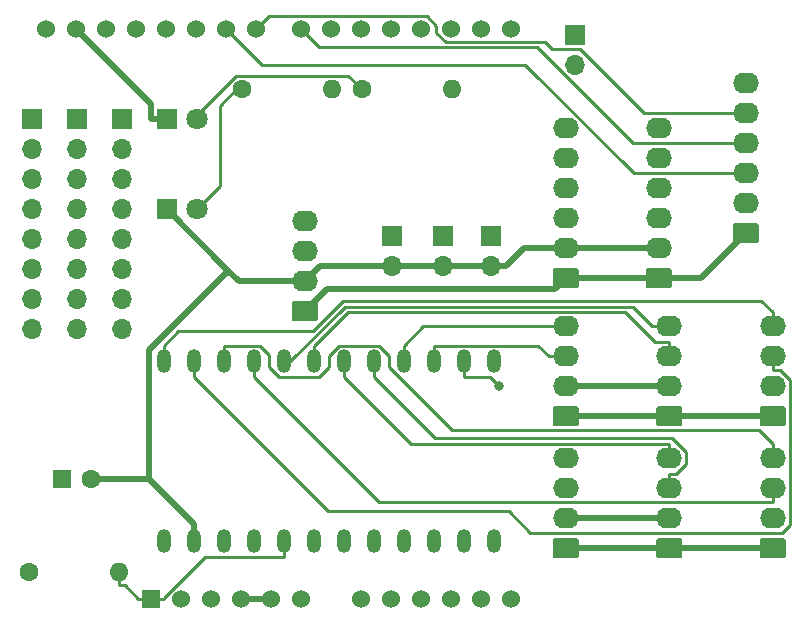
<source format=gbr>
G04 #@! TF.GenerationSoftware,KiCad,Pcbnew,(5.1.5-0-10_14)*
G04 #@! TF.CreationDate,2020-06-21T14:14:04+10:00*
G04 #@! TF.ProjectId,Arduino_NW_I2C,41726475-696e-46f5-9f4e-575f4932432e,rev?*
G04 #@! TF.SameCoordinates,Original*
G04 #@! TF.FileFunction,Copper,L1,Top*
G04 #@! TF.FilePolarity,Positive*
%FSLAX46Y46*%
G04 Gerber Fmt 4.6, Leading zero omitted, Abs format (unit mm)*
G04 Created by KiCad (PCBNEW (5.1.5-0-10_14)) date 2020-06-21 14:14:04*
%MOMM*%
%LPD*%
G04 APERTURE LIST*
%ADD10O,1.600000X1.600000*%
%ADD11C,1.600000*%
%ADD12O,1.700000X1.700000*%
%ADD13R,1.700000X1.700000*%
%ADD14O,2.200000X1.740000*%
%ADD15C,0.100000*%
%ADD16O,1.200000X2.000000*%
%ADD17C,1.800000*%
%ADD18R,1.800000X1.800000*%
%ADD19R,1.600000X1.600000*%
%ADD20C,1.524000*%
%ADD21R,1.524000X1.524000*%
%ADD22C,0.800000*%
%ADD23C,0.500000*%
%ADD24C,0.250000*%
G04 APERTURE END LIST*
D10*
X108316000Y-111760000D03*
D11*
X100696000Y-111760000D03*
D10*
X136510000Y-70866000D03*
D11*
X128890000Y-70866000D03*
D10*
X126350000Y-70866000D03*
D11*
X118730000Y-70866000D03*
D12*
X146924000Y-68834000D03*
D13*
X146924000Y-66294000D03*
D12*
X108570000Y-91186000D03*
X108570000Y-88646000D03*
X108570000Y-86106000D03*
X108570000Y-83566000D03*
X108570000Y-81026000D03*
X108570000Y-78486000D03*
X108570000Y-75946000D03*
D13*
X108570000Y-73406000D03*
D12*
X104760000Y-91186000D03*
X104760000Y-88646000D03*
X104760000Y-86106000D03*
X104760000Y-83566000D03*
X104760000Y-81026000D03*
X104760000Y-78486000D03*
X104760000Y-75946000D03*
D13*
X104760000Y-73406000D03*
D12*
X100950000Y-91186000D03*
X100950000Y-88646000D03*
X100950000Y-86106000D03*
X100950000Y-83566000D03*
X100950000Y-81026000D03*
X100950000Y-78486000D03*
X100950000Y-75946000D03*
D13*
X100950000Y-73406000D03*
D14*
X163688000Y-102108000D03*
X163688000Y-104648000D03*
X163688000Y-107188000D03*
G04 #@! TA.AperFunction,ComponentPad*
D15*
G36*
X164562505Y-108859204D02*
G01*
X164586773Y-108862804D01*
X164610572Y-108868765D01*
X164633671Y-108877030D01*
X164655850Y-108887520D01*
X164676893Y-108900132D01*
X164696599Y-108914747D01*
X164714777Y-108931223D01*
X164731253Y-108949401D01*
X164745868Y-108969107D01*
X164758480Y-108990150D01*
X164768970Y-109012329D01*
X164777235Y-109035428D01*
X164783196Y-109059227D01*
X164786796Y-109083495D01*
X164788000Y-109107999D01*
X164788000Y-110348001D01*
X164786796Y-110372505D01*
X164783196Y-110396773D01*
X164777235Y-110420572D01*
X164768970Y-110443671D01*
X164758480Y-110465850D01*
X164745868Y-110486893D01*
X164731253Y-110506599D01*
X164714777Y-110524777D01*
X164696599Y-110541253D01*
X164676893Y-110555868D01*
X164655850Y-110568480D01*
X164633671Y-110578970D01*
X164610572Y-110587235D01*
X164586773Y-110593196D01*
X164562505Y-110596796D01*
X164538001Y-110598000D01*
X162837999Y-110598000D01*
X162813495Y-110596796D01*
X162789227Y-110593196D01*
X162765428Y-110587235D01*
X162742329Y-110578970D01*
X162720150Y-110568480D01*
X162699107Y-110555868D01*
X162679401Y-110541253D01*
X162661223Y-110524777D01*
X162644747Y-110506599D01*
X162630132Y-110486893D01*
X162617520Y-110465850D01*
X162607030Y-110443671D01*
X162598765Y-110420572D01*
X162592804Y-110396773D01*
X162589204Y-110372505D01*
X162588000Y-110348001D01*
X162588000Y-109107999D01*
X162589204Y-109083495D01*
X162592804Y-109059227D01*
X162598765Y-109035428D01*
X162607030Y-109012329D01*
X162617520Y-108990150D01*
X162630132Y-108969107D01*
X162644747Y-108949401D01*
X162661223Y-108931223D01*
X162679401Y-108914747D01*
X162699107Y-108900132D01*
X162720150Y-108887520D01*
X162742329Y-108877030D01*
X162765428Y-108868765D01*
X162789227Y-108862804D01*
X162813495Y-108859204D01*
X162837999Y-108858000D01*
X164538001Y-108858000D01*
X164562505Y-108859204D01*
G37*
G04 #@! TD.AperFunction*
D14*
X154925000Y-90932000D03*
X154925000Y-93472000D03*
X154925000Y-96012000D03*
G04 #@! TA.AperFunction,ComponentPad*
D15*
G36*
X155799505Y-97683204D02*
G01*
X155823773Y-97686804D01*
X155847572Y-97692765D01*
X155870671Y-97701030D01*
X155892850Y-97711520D01*
X155913893Y-97724132D01*
X155933599Y-97738747D01*
X155951777Y-97755223D01*
X155968253Y-97773401D01*
X155982868Y-97793107D01*
X155995480Y-97814150D01*
X156005970Y-97836329D01*
X156014235Y-97859428D01*
X156020196Y-97883227D01*
X156023796Y-97907495D01*
X156025000Y-97931999D01*
X156025000Y-99172001D01*
X156023796Y-99196505D01*
X156020196Y-99220773D01*
X156014235Y-99244572D01*
X156005970Y-99267671D01*
X155995480Y-99289850D01*
X155982868Y-99310893D01*
X155968253Y-99330599D01*
X155951777Y-99348777D01*
X155933599Y-99365253D01*
X155913893Y-99379868D01*
X155892850Y-99392480D01*
X155870671Y-99402970D01*
X155847572Y-99411235D01*
X155823773Y-99417196D01*
X155799505Y-99420796D01*
X155775001Y-99422000D01*
X154074999Y-99422000D01*
X154050495Y-99420796D01*
X154026227Y-99417196D01*
X154002428Y-99411235D01*
X153979329Y-99402970D01*
X153957150Y-99392480D01*
X153936107Y-99379868D01*
X153916401Y-99365253D01*
X153898223Y-99348777D01*
X153881747Y-99330599D01*
X153867132Y-99310893D01*
X153854520Y-99289850D01*
X153844030Y-99267671D01*
X153835765Y-99244572D01*
X153829804Y-99220773D01*
X153826204Y-99196505D01*
X153825000Y-99172001D01*
X153825000Y-97931999D01*
X153826204Y-97907495D01*
X153829804Y-97883227D01*
X153835765Y-97859428D01*
X153844030Y-97836329D01*
X153854520Y-97814150D01*
X153867132Y-97793107D01*
X153881747Y-97773401D01*
X153898223Y-97755223D01*
X153916401Y-97738747D01*
X153936107Y-97724132D01*
X153957150Y-97711520D01*
X153979329Y-97701030D01*
X154002428Y-97692765D01*
X154026227Y-97686804D01*
X154050495Y-97683204D01*
X154074999Y-97682000D01*
X155775001Y-97682000D01*
X155799505Y-97683204D01*
G37*
G04 #@! TD.AperFunction*
D14*
X154925000Y-102108000D03*
X154925000Y-104648000D03*
X154925000Y-107188000D03*
G04 #@! TA.AperFunction,ComponentPad*
D15*
G36*
X155799505Y-108859204D02*
G01*
X155823773Y-108862804D01*
X155847572Y-108868765D01*
X155870671Y-108877030D01*
X155892850Y-108887520D01*
X155913893Y-108900132D01*
X155933599Y-108914747D01*
X155951777Y-108931223D01*
X155968253Y-108949401D01*
X155982868Y-108969107D01*
X155995480Y-108990150D01*
X156005970Y-109012329D01*
X156014235Y-109035428D01*
X156020196Y-109059227D01*
X156023796Y-109083495D01*
X156025000Y-109107999D01*
X156025000Y-110348001D01*
X156023796Y-110372505D01*
X156020196Y-110396773D01*
X156014235Y-110420572D01*
X156005970Y-110443671D01*
X155995480Y-110465850D01*
X155982868Y-110486893D01*
X155968253Y-110506599D01*
X155951777Y-110524777D01*
X155933599Y-110541253D01*
X155913893Y-110555868D01*
X155892850Y-110568480D01*
X155870671Y-110578970D01*
X155847572Y-110587235D01*
X155823773Y-110593196D01*
X155799505Y-110596796D01*
X155775001Y-110598000D01*
X154074999Y-110598000D01*
X154050495Y-110596796D01*
X154026227Y-110593196D01*
X154002428Y-110587235D01*
X153979329Y-110578970D01*
X153957150Y-110568480D01*
X153936107Y-110555868D01*
X153916401Y-110541253D01*
X153898223Y-110524777D01*
X153881747Y-110506599D01*
X153867132Y-110486893D01*
X153854520Y-110465850D01*
X153844030Y-110443671D01*
X153835765Y-110420572D01*
X153829804Y-110396773D01*
X153826204Y-110372505D01*
X153825000Y-110348001D01*
X153825000Y-109107999D01*
X153826204Y-109083495D01*
X153829804Y-109059227D01*
X153835765Y-109035428D01*
X153844030Y-109012329D01*
X153854520Y-108990150D01*
X153867132Y-108969107D01*
X153881747Y-108949401D01*
X153898223Y-108931223D01*
X153916401Y-108914747D01*
X153936107Y-108900132D01*
X153957150Y-108887520D01*
X153979329Y-108877030D01*
X154002428Y-108868765D01*
X154026227Y-108862804D01*
X154050495Y-108859204D01*
X154074999Y-108858000D01*
X155775001Y-108858000D01*
X155799505Y-108859204D01*
G37*
G04 #@! TD.AperFunction*
D14*
X146162000Y-90932000D03*
X146162000Y-93472000D03*
X146162000Y-96012000D03*
G04 #@! TA.AperFunction,ComponentPad*
D15*
G36*
X147036505Y-97683204D02*
G01*
X147060773Y-97686804D01*
X147084572Y-97692765D01*
X147107671Y-97701030D01*
X147129850Y-97711520D01*
X147150893Y-97724132D01*
X147170599Y-97738747D01*
X147188777Y-97755223D01*
X147205253Y-97773401D01*
X147219868Y-97793107D01*
X147232480Y-97814150D01*
X147242970Y-97836329D01*
X147251235Y-97859428D01*
X147257196Y-97883227D01*
X147260796Y-97907495D01*
X147262000Y-97931999D01*
X147262000Y-99172001D01*
X147260796Y-99196505D01*
X147257196Y-99220773D01*
X147251235Y-99244572D01*
X147242970Y-99267671D01*
X147232480Y-99289850D01*
X147219868Y-99310893D01*
X147205253Y-99330599D01*
X147188777Y-99348777D01*
X147170599Y-99365253D01*
X147150893Y-99379868D01*
X147129850Y-99392480D01*
X147107671Y-99402970D01*
X147084572Y-99411235D01*
X147060773Y-99417196D01*
X147036505Y-99420796D01*
X147012001Y-99422000D01*
X145311999Y-99422000D01*
X145287495Y-99420796D01*
X145263227Y-99417196D01*
X145239428Y-99411235D01*
X145216329Y-99402970D01*
X145194150Y-99392480D01*
X145173107Y-99379868D01*
X145153401Y-99365253D01*
X145135223Y-99348777D01*
X145118747Y-99330599D01*
X145104132Y-99310893D01*
X145091520Y-99289850D01*
X145081030Y-99267671D01*
X145072765Y-99244572D01*
X145066804Y-99220773D01*
X145063204Y-99196505D01*
X145062000Y-99172001D01*
X145062000Y-97931999D01*
X145063204Y-97907495D01*
X145066804Y-97883227D01*
X145072765Y-97859428D01*
X145081030Y-97836329D01*
X145091520Y-97814150D01*
X145104132Y-97793107D01*
X145118747Y-97773401D01*
X145135223Y-97755223D01*
X145153401Y-97738747D01*
X145173107Y-97724132D01*
X145194150Y-97711520D01*
X145216329Y-97701030D01*
X145239428Y-97692765D01*
X145263227Y-97686804D01*
X145287495Y-97683204D01*
X145311999Y-97682000D01*
X147012001Y-97682000D01*
X147036505Y-97683204D01*
G37*
G04 #@! TD.AperFunction*
D14*
X146162000Y-102108000D03*
X146162000Y-104648000D03*
X146162000Y-107188000D03*
G04 #@! TA.AperFunction,ComponentPad*
D15*
G36*
X147036505Y-108859204D02*
G01*
X147060773Y-108862804D01*
X147084572Y-108868765D01*
X147107671Y-108877030D01*
X147129850Y-108887520D01*
X147150893Y-108900132D01*
X147170599Y-108914747D01*
X147188777Y-108931223D01*
X147205253Y-108949401D01*
X147219868Y-108969107D01*
X147232480Y-108990150D01*
X147242970Y-109012329D01*
X147251235Y-109035428D01*
X147257196Y-109059227D01*
X147260796Y-109083495D01*
X147262000Y-109107999D01*
X147262000Y-110348001D01*
X147260796Y-110372505D01*
X147257196Y-110396773D01*
X147251235Y-110420572D01*
X147242970Y-110443671D01*
X147232480Y-110465850D01*
X147219868Y-110486893D01*
X147205253Y-110506599D01*
X147188777Y-110524777D01*
X147170599Y-110541253D01*
X147150893Y-110555868D01*
X147129850Y-110568480D01*
X147107671Y-110578970D01*
X147084572Y-110587235D01*
X147060773Y-110593196D01*
X147036505Y-110596796D01*
X147012001Y-110598000D01*
X145311999Y-110598000D01*
X145287495Y-110596796D01*
X145263227Y-110593196D01*
X145239428Y-110587235D01*
X145216329Y-110578970D01*
X145194150Y-110568480D01*
X145173107Y-110555868D01*
X145153401Y-110541253D01*
X145135223Y-110524777D01*
X145118747Y-110506599D01*
X145104132Y-110486893D01*
X145091520Y-110465850D01*
X145081030Y-110443671D01*
X145072765Y-110420572D01*
X145066804Y-110396773D01*
X145063204Y-110372505D01*
X145062000Y-110348001D01*
X145062000Y-109107999D01*
X145063204Y-109083495D01*
X145066804Y-109059227D01*
X145072765Y-109035428D01*
X145081030Y-109012329D01*
X145091520Y-108990150D01*
X145104132Y-108969107D01*
X145118747Y-108949401D01*
X145135223Y-108931223D01*
X145153401Y-108914747D01*
X145173107Y-108900132D01*
X145194150Y-108887520D01*
X145216329Y-108877030D01*
X145239428Y-108868765D01*
X145263227Y-108862804D01*
X145287495Y-108859204D01*
X145311999Y-108858000D01*
X147012001Y-108858000D01*
X147036505Y-108859204D01*
G37*
G04 #@! TD.AperFunction*
D14*
X161402000Y-70358000D03*
X161402000Y-72898000D03*
X161402000Y-75438000D03*
X161402000Y-77978000D03*
X161402000Y-80518000D03*
G04 #@! TA.AperFunction,ComponentPad*
D15*
G36*
X162276505Y-82189204D02*
G01*
X162300773Y-82192804D01*
X162324572Y-82198765D01*
X162347671Y-82207030D01*
X162369850Y-82217520D01*
X162390893Y-82230132D01*
X162410599Y-82244747D01*
X162428777Y-82261223D01*
X162445253Y-82279401D01*
X162459868Y-82299107D01*
X162472480Y-82320150D01*
X162482970Y-82342329D01*
X162491235Y-82365428D01*
X162497196Y-82389227D01*
X162500796Y-82413495D01*
X162502000Y-82437999D01*
X162502000Y-83678001D01*
X162500796Y-83702505D01*
X162497196Y-83726773D01*
X162491235Y-83750572D01*
X162482970Y-83773671D01*
X162472480Y-83795850D01*
X162459868Y-83816893D01*
X162445253Y-83836599D01*
X162428777Y-83854777D01*
X162410599Y-83871253D01*
X162390893Y-83885868D01*
X162369850Y-83898480D01*
X162347671Y-83908970D01*
X162324572Y-83917235D01*
X162300773Y-83923196D01*
X162276505Y-83926796D01*
X162252001Y-83928000D01*
X160551999Y-83928000D01*
X160527495Y-83926796D01*
X160503227Y-83923196D01*
X160479428Y-83917235D01*
X160456329Y-83908970D01*
X160434150Y-83898480D01*
X160413107Y-83885868D01*
X160393401Y-83871253D01*
X160375223Y-83854777D01*
X160358747Y-83836599D01*
X160344132Y-83816893D01*
X160331520Y-83795850D01*
X160321030Y-83773671D01*
X160312765Y-83750572D01*
X160306804Y-83726773D01*
X160303204Y-83702505D01*
X160302000Y-83678001D01*
X160302000Y-82437999D01*
X160303204Y-82413495D01*
X160306804Y-82389227D01*
X160312765Y-82365428D01*
X160321030Y-82342329D01*
X160331520Y-82320150D01*
X160344132Y-82299107D01*
X160358747Y-82279401D01*
X160375223Y-82261223D01*
X160393401Y-82244747D01*
X160413107Y-82230132D01*
X160434150Y-82217520D01*
X160456329Y-82207030D01*
X160479428Y-82198765D01*
X160503227Y-82192804D01*
X160527495Y-82189204D01*
X160551999Y-82188000D01*
X162252001Y-82188000D01*
X162276505Y-82189204D01*
G37*
G04 #@! TD.AperFunction*
D14*
X154036000Y-74168000D03*
X154036000Y-76708000D03*
X154036000Y-79248000D03*
X154036000Y-81788000D03*
X154036000Y-84328000D03*
G04 #@! TA.AperFunction,ComponentPad*
D15*
G36*
X154910505Y-85999204D02*
G01*
X154934773Y-86002804D01*
X154958572Y-86008765D01*
X154981671Y-86017030D01*
X155003850Y-86027520D01*
X155024893Y-86040132D01*
X155044599Y-86054747D01*
X155062777Y-86071223D01*
X155079253Y-86089401D01*
X155093868Y-86109107D01*
X155106480Y-86130150D01*
X155116970Y-86152329D01*
X155125235Y-86175428D01*
X155131196Y-86199227D01*
X155134796Y-86223495D01*
X155136000Y-86247999D01*
X155136000Y-87488001D01*
X155134796Y-87512505D01*
X155131196Y-87536773D01*
X155125235Y-87560572D01*
X155116970Y-87583671D01*
X155106480Y-87605850D01*
X155093868Y-87626893D01*
X155079253Y-87646599D01*
X155062777Y-87664777D01*
X155044599Y-87681253D01*
X155024893Y-87695868D01*
X155003850Y-87708480D01*
X154981671Y-87718970D01*
X154958572Y-87727235D01*
X154934773Y-87733196D01*
X154910505Y-87736796D01*
X154886001Y-87738000D01*
X153185999Y-87738000D01*
X153161495Y-87736796D01*
X153137227Y-87733196D01*
X153113428Y-87727235D01*
X153090329Y-87718970D01*
X153068150Y-87708480D01*
X153047107Y-87695868D01*
X153027401Y-87681253D01*
X153009223Y-87664777D01*
X152992747Y-87646599D01*
X152978132Y-87626893D01*
X152965520Y-87605850D01*
X152955030Y-87583671D01*
X152946765Y-87560572D01*
X152940804Y-87536773D01*
X152937204Y-87512505D01*
X152936000Y-87488001D01*
X152936000Y-86247999D01*
X152937204Y-86223495D01*
X152940804Y-86199227D01*
X152946765Y-86175428D01*
X152955030Y-86152329D01*
X152965520Y-86130150D01*
X152978132Y-86109107D01*
X152992747Y-86089401D01*
X153009223Y-86071223D01*
X153027401Y-86054747D01*
X153047107Y-86040132D01*
X153068150Y-86027520D01*
X153090329Y-86017030D01*
X153113428Y-86008765D01*
X153137227Y-86002804D01*
X153161495Y-85999204D01*
X153185999Y-85998000D01*
X154886001Y-85998000D01*
X154910505Y-85999204D01*
G37*
G04 #@! TD.AperFunction*
D14*
X146162000Y-74168000D03*
X146162000Y-76708000D03*
X146162000Y-79248000D03*
X146162000Y-81788000D03*
X146162000Y-84328000D03*
G04 #@! TA.AperFunction,ComponentPad*
D15*
G36*
X147036505Y-85999204D02*
G01*
X147060773Y-86002804D01*
X147084572Y-86008765D01*
X147107671Y-86017030D01*
X147129850Y-86027520D01*
X147150893Y-86040132D01*
X147170599Y-86054747D01*
X147188777Y-86071223D01*
X147205253Y-86089401D01*
X147219868Y-86109107D01*
X147232480Y-86130150D01*
X147242970Y-86152329D01*
X147251235Y-86175428D01*
X147257196Y-86199227D01*
X147260796Y-86223495D01*
X147262000Y-86247999D01*
X147262000Y-87488001D01*
X147260796Y-87512505D01*
X147257196Y-87536773D01*
X147251235Y-87560572D01*
X147242970Y-87583671D01*
X147232480Y-87605850D01*
X147219868Y-87626893D01*
X147205253Y-87646599D01*
X147188777Y-87664777D01*
X147170599Y-87681253D01*
X147150893Y-87695868D01*
X147129850Y-87708480D01*
X147107671Y-87718970D01*
X147084572Y-87727235D01*
X147060773Y-87733196D01*
X147036505Y-87736796D01*
X147012001Y-87738000D01*
X145311999Y-87738000D01*
X145287495Y-87736796D01*
X145263227Y-87733196D01*
X145239428Y-87727235D01*
X145216329Y-87718970D01*
X145194150Y-87708480D01*
X145173107Y-87695868D01*
X145153401Y-87681253D01*
X145135223Y-87664777D01*
X145118747Y-87646599D01*
X145104132Y-87626893D01*
X145091520Y-87605850D01*
X145081030Y-87583671D01*
X145072765Y-87560572D01*
X145066804Y-87536773D01*
X145063204Y-87512505D01*
X145062000Y-87488001D01*
X145062000Y-86247999D01*
X145063204Y-86223495D01*
X145066804Y-86199227D01*
X145072765Y-86175428D01*
X145081030Y-86152329D01*
X145091520Y-86130150D01*
X145104132Y-86109107D01*
X145118747Y-86089401D01*
X145135223Y-86071223D01*
X145153401Y-86054747D01*
X145173107Y-86040132D01*
X145194150Y-86027520D01*
X145216329Y-86017030D01*
X145239428Y-86008765D01*
X145263227Y-86002804D01*
X145287495Y-85999204D01*
X145311999Y-85998000D01*
X147012001Y-85998000D01*
X147036505Y-85999204D01*
G37*
G04 #@! TD.AperFunction*
D14*
X163688000Y-90932000D03*
X163688000Y-93472000D03*
X163688000Y-96012000D03*
G04 #@! TA.AperFunction,ComponentPad*
D15*
G36*
X164562505Y-97683204D02*
G01*
X164586773Y-97686804D01*
X164610572Y-97692765D01*
X164633671Y-97701030D01*
X164655850Y-97711520D01*
X164676893Y-97724132D01*
X164696599Y-97738747D01*
X164714777Y-97755223D01*
X164731253Y-97773401D01*
X164745868Y-97793107D01*
X164758480Y-97814150D01*
X164768970Y-97836329D01*
X164777235Y-97859428D01*
X164783196Y-97883227D01*
X164786796Y-97907495D01*
X164788000Y-97931999D01*
X164788000Y-99172001D01*
X164786796Y-99196505D01*
X164783196Y-99220773D01*
X164777235Y-99244572D01*
X164768970Y-99267671D01*
X164758480Y-99289850D01*
X164745868Y-99310893D01*
X164731253Y-99330599D01*
X164714777Y-99348777D01*
X164696599Y-99365253D01*
X164676893Y-99379868D01*
X164655850Y-99392480D01*
X164633671Y-99402970D01*
X164610572Y-99411235D01*
X164586773Y-99417196D01*
X164562505Y-99420796D01*
X164538001Y-99422000D01*
X162837999Y-99422000D01*
X162813495Y-99420796D01*
X162789227Y-99417196D01*
X162765428Y-99411235D01*
X162742329Y-99402970D01*
X162720150Y-99392480D01*
X162699107Y-99379868D01*
X162679401Y-99365253D01*
X162661223Y-99348777D01*
X162644747Y-99330599D01*
X162630132Y-99310893D01*
X162617520Y-99289850D01*
X162607030Y-99267671D01*
X162598765Y-99244572D01*
X162592804Y-99220773D01*
X162589204Y-99196505D01*
X162588000Y-99172001D01*
X162588000Y-97931999D01*
X162589204Y-97907495D01*
X162592804Y-97883227D01*
X162598765Y-97859428D01*
X162607030Y-97836329D01*
X162617520Y-97814150D01*
X162630132Y-97793107D01*
X162644747Y-97773401D01*
X162661223Y-97755223D01*
X162679401Y-97738747D01*
X162699107Y-97724132D01*
X162720150Y-97711520D01*
X162742329Y-97701030D01*
X162765428Y-97692765D01*
X162789227Y-97686804D01*
X162813495Y-97683204D01*
X162837999Y-97682000D01*
X164538001Y-97682000D01*
X164562505Y-97683204D01*
G37*
G04 #@! TD.AperFunction*
D12*
X131430000Y-85852000D03*
D13*
X131430000Y-83312000D03*
D12*
X135748000Y-85852000D03*
D13*
X135748000Y-83312000D03*
D12*
X139812000Y-85852000D03*
D13*
X139812000Y-83312000D03*
D14*
X124064000Y-82042000D03*
X124064000Y-84582000D03*
X124064000Y-87122000D03*
G04 #@! TA.AperFunction,ComponentPad*
D15*
G36*
X124938505Y-88793204D02*
G01*
X124962773Y-88796804D01*
X124986572Y-88802765D01*
X125009671Y-88811030D01*
X125031850Y-88821520D01*
X125052893Y-88834132D01*
X125072599Y-88848747D01*
X125090777Y-88865223D01*
X125107253Y-88883401D01*
X125121868Y-88903107D01*
X125134480Y-88924150D01*
X125144970Y-88946329D01*
X125153235Y-88969428D01*
X125159196Y-88993227D01*
X125162796Y-89017495D01*
X125164000Y-89041999D01*
X125164000Y-90282001D01*
X125162796Y-90306505D01*
X125159196Y-90330773D01*
X125153235Y-90354572D01*
X125144970Y-90377671D01*
X125134480Y-90399850D01*
X125121868Y-90420893D01*
X125107253Y-90440599D01*
X125090777Y-90458777D01*
X125072599Y-90475253D01*
X125052893Y-90489868D01*
X125031850Y-90502480D01*
X125009671Y-90512970D01*
X124986572Y-90521235D01*
X124962773Y-90527196D01*
X124938505Y-90530796D01*
X124914001Y-90532000D01*
X123213999Y-90532000D01*
X123189495Y-90530796D01*
X123165227Y-90527196D01*
X123141428Y-90521235D01*
X123118329Y-90512970D01*
X123096150Y-90502480D01*
X123075107Y-90489868D01*
X123055401Y-90475253D01*
X123037223Y-90458777D01*
X123020747Y-90440599D01*
X123006132Y-90420893D01*
X122993520Y-90399850D01*
X122983030Y-90377671D01*
X122974765Y-90354572D01*
X122968804Y-90330773D01*
X122965204Y-90306505D01*
X122964000Y-90282001D01*
X122964000Y-89041999D01*
X122965204Y-89017495D01*
X122968804Y-88993227D01*
X122974765Y-88969428D01*
X122983030Y-88946329D01*
X122993520Y-88924150D01*
X123006132Y-88903107D01*
X123020747Y-88883401D01*
X123037223Y-88865223D01*
X123055401Y-88848747D01*
X123075107Y-88834132D01*
X123096150Y-88821520D01*
X123118329Y-88811030D01*
X123141428Y-88802765D01*
X123165227Y-88796804D01*
X123189495Y-88793204D01*
X123213999Y-88792000D01*
X124914001Y-88792000D01*
X124938505Y-88793204D01*
G37*
G04 #@! TD.AperFunction*
D16*
X140080000Y-109146000D03*
X140080000Y-93906000D03*
X137540000Y-109146000D03*
X137540000Y-93906000D03*
X135000000Y-109146000D03*
X135000000Y-93906000D03*
X132460000Y-109146000D03*
X132460000Y-93906000D03*
X129920000Y-109146000D03*
X129920000Y-93906000D03*
X127380000Y-109146000D03*
X127380000Y-93906000D03*
X124840000Y-109146000D03*
X124840000Y-93906000D03*
X122300000Y-109146000D03*
X122300000Y-93906000D03*
X119760000Y-109146000D03*
X119760000Y-93906000D03*
X117220000Y-109146000D03*
X117220000Y-93906000D03*
X114680000Y-109146000D03*
X114680000Y-93906000D03*
X112140000Y-109146000D03*
X112140000Y-93906000D03*
D17*
X114920000Y-81026000D03*
D18*
X112380000Y-81026000D03*
D17*
X114920000Y-73406000D03*
D18*
X112380000Y-73406000D03*
D19*
X103490000Y-103886000D03*
D11*
X105990000Y-103886000D03*
D20*
X102177000Y-65782000D03*
X104717000Y-65782000D03*
X107257000Y-65782000D03*
X109797000Y-65782000D03*
X112337000Y-65782000D03*
X114877000Y-65782000D03*
X117417000Y-65782000D03*
X119957000Y-65782000D03*
X123767000Y-65782000D03*
X126307000Y-65782000D03*
X128847000Y-65782000D03*
X131387000Y-65782000D03*
X133927000Y-65782000D03*
X136467000Y-65782000D03*
X139007000Y-65782000D03*
X141547000Y-65782000D03*
X141547000Y-114042000D03*
X139007000Y-114042000D03*
X136467000Y-114042000D03*
X133927000Y-114042000D03*
X131387000Y-114042000D03*
X128847000Y-114042000D03*
X123767000Y-114042000D03*
X121227000Y-114042000D03*
X118687000Y-114042000D03*
X116147000Y-114042000D03*
X113607000Y-114042000D03*
D21*
X111067000Y-114042000D03*
D22*
X140511500Y-95995200D03*
D23*
X112380000Y-73406000D02*
X111029700Y-73406000D01*
X111029700Y-73406000D02*
X111029700Y-72094700D01*
X111029700Y-72094700D02*
X104717000Y-65782000D01*
X130129700Y-85852000D02*
X125334000Y-85852000D01*
X125334000Y-85852000D02*
X124064000Y-87122000D01*
X117593000Y-86238900D02*
X118476000Y-87122000D01*
X118476000Y-87122000D02*
X124064000Y-87122000D01*
X112380000Y-81026000D02*
X117593000Y-86238900D01*
X110870300Y-103886000D02*
X110870300Y-92961600D01*
X110870300Y-92961600D02*
X117593000Y-86238900D01*
X110870300Y-103886000D02*
X114680000Y-107695700D01*
X105990000Y-103886000D02*
X110870300Y-103886000D01*
X139812000Y-85852000D02*
X141112300Y-85852000D01*
X146162000Y-84328000D02*
X142636300Y-84328000D01*
X142636300Y-84328000D02*
X141112300Y-85852000D01*
X154036000Y-84328000D02*
X146162000Y-84328000D01*
X135748000Y-85852000D02*
X139812000Y-85852000D01*
X131430000Y-85852000D02*
X135748000Y-85852000D01*
X131430000Y-85852000D02*
X130129700Y-85852000D01*
X146162000Y-107188000D02*
X154925000Y-107188000D01*
X146162000Y-96012000D02*
X154925000Y-96012000D01*
X114680000Y-109146000D02*
X114680000Y-107695700D01*
X118687000Y-114042000D02*
X121227000Y-114042000D01*
X146162000Y-86868000D02*
X145223500Y-87806500D01*
X145223500Y-87806500D02*
X125919500Y-87806500D01*
X125919500Y-87806500D02*
X124064000Y-89662000D01*
X154036000Y-86868000D02*
X146162000Y-86868000D01*
X161402000Y-83058000D02*
X157592000Y-86868000D01*
X157592000Y-86868000D02*
X154036000Y-86868000D01*
X146162000Y-98552000D02*
X154925000Y-98552000D01*
X154925000Y-109728000D02*
X163688000Y-109728000D01*
X146162000Y-109728000D02*
X154925000Y-109728000D01*
X163688000Y-98552000D02*
X154925000Y-98552000D01*
D24*
X114920000Y-73406000D02*
X114920000Y-73083400D01*
X114920000Y-73083400D02*
X118266300Y-69737100D01*
X118266300Y-69737100D02*
X127761100Y-69737100D01*
X127761100Y-69737100D02*
X128890000Y-70866000D01*
X114920000Y-81026000D02*
X116852100Y-79093900D01*
X116852100Y-79093900D02*
X116852100Y-72277200D01*
X116852100Y-72277200D02*
X118263300Y-70866000D01*
X118263300Y-70866000D02*
X118730000Y-70866000D01*
X117417000Y-65782000D02*
X120417600Y-68782600D01*
X120417600Y-68782600D02*
X142749400Y-68782600D01*
X142749400Y-68782600D02*
X151944800Y-77978000D01*
X151944800Y-77978000D02*
X161402000Y-77978000D01*
X123767000Y-65782000D02*
X125304700Y-67319700D01*
X125304700Y-67319700D02*
X143740200Y-67319700D01*
X143740200Y-67319700D02*
X151858500Y-75438000D01*
X151858500Y-75438000D02*
X161402000Y-75438000D01*
X119957000Y-65782000D02*
X121072200Y-64666800D01*
X121072200Y-64666800D02*
X134379700Y-64666800D01*
X134379700Y-64666800D02*
X135197100Y-65484200D01*
X135197100Y-65484200D02*
X135197100Y-66068500D01*
X135197100Y-66068500D02*
X135997900Y-66869300D01*
X135997900Y-66869300D02*
X144382100Y-66869300D01*
X144382100Y-66869300D02*
X144982200Y-67469400D01*
X144982200Y-67469400D02*
X147326700Y-67469400D01*
X147326700Y-67469400D02*
X152755300Y-72898000D01*
X152755300Y-72898000D02*
X161402000Y-72898000D01*
X163688000Y-93472000D02*
X163688000Y-94667300D01*
X114680000Y-93906000D02*
X114680000Y-95231300D01*
X114680000Y-95231300D02*
X126044000Y-106595300D01*
X126044000Y-106595300D02*
X141329700Y-106595300D01*
X141329700Y-106595300D02*
X143134400Y-108400000D01*
X143134400Y-108400000D02*
X164445500Y-108400000D01*
X164445500Y-108400000D02*
X165115200Y-107730300D01*
X165115200Y-107730300D02*
X165115200Y-95473000D01*
X165115200Y-95473000D02*
X164309500Y-94667300D01*
X164309500Y-94667300D02*
X163688000Y-94667300D01*
X163688000Y-90932000D02*
X163688000Y-89736700D01*
X112140000Y-93906000D02*
X112140000Y-92580700D01*
X112140000Y-92580700D02*
X113345400Y-91375300D01*
X113345400Y-91375300D02*
X124737600Y-91375300D01*
X124737600Y-91375300D02*
X127343800Y-88769100D01*
X127343800Y-88769100D02*
X162720400Y-88769100D01*
X162720400Y-88769100D02*
X163688000Y-89736700D01*
X163688000Y-104648000D02*
X163688000Y-105843300D01*
X119760000Y-93906000D02*
X119760000Y-95231300D01*
X119760000Y-95231300D02*
X130372000Y-105843300D01*
X130372000Y-105843300D02*
X163688000Y-105843300D01*
X163688000Y-102108000D02*
X163688000Y-100912700D01*
X117220000Y-93906000D02*
X117220000Y-92580700D01*
X117220000Y-92580700D02*
X120244200Y-92580700D01*
X120244200Y-92580700D02*
X121030000Y-93366500D01*
X121030000Y-93366500D02*
X121030000Y-94388000D01*
X121030000Y-94388000D02*
X121906000Y-95264000D01*
X121906000Y-95264000D02*
X125232100Y-95264000D01*
X125232100Y-95264000D02*
X126110000Y-94386100D01*
X126110000Y-94386100D02*
X126110000Y-93423900D01*
X126110000Y-93423900D02*
X126953200Y-92580700D01*
X126953200Y-92580700D02*
X130333500Y-92580700D01*
X130333500Y-92580700D02*
X131190000Y-93437200D01*
X131190000Y-93437200D02*
X131190000Y-94368000D01*
X131190000Y-94368000D02*
X136570400Y-99748400D01*
X136570400Y-99748400D02*
X162523700Y-99748400D01*
X162523700Y-99748400D02*
X163688000Y-100912700D01*
X137540000Y-93906000D02*
X137540000Y-95231300D01*
X137540000Y-95231300D02*
X139747600Y-95231300D01*
X139747600Y-95231300D02*
X140511500Y-95995200D01*
X146162000Y-93472000D02*
X144736700Y-93472000D01*
X135000000Y-93906000D02*
X135000000Y-92580700D01*
X135000000Y-92580700D02*
X143845400Y-92580700D01*
X143845400Y-92580700D02*
X144736700Y-93472000D01*
X132460000Y-93906000D02*
X132460000Y-92580700D01*
X132460000Y-92580700D02*
X134108700Y-90932000D01*
X134108700Y-90932000D02*
X146162000Y-90932000D01*
X154925000Y-104648000D02*
X154925000Y-103452700D01*
X129920000Y-93906000D02*
X129920000Y-95231300D01*
X129920000Y-95231300D02*
X135085100Y-100396400D01*
X135085100Y-100396400D02*
X155136100Y-100396400D01*
X155136100Y-100396400D02*
X156357300Y-101617600D01*
X156357300Y-101617600D02*
X156357300Y-102618000D01*
X156357300Y-102618000D02*
X155522600Y-103452700D01*
X155522600Y-103452700D02*
X154925000Y-103452700D01*
X154925000Y-100912700D02*
X133061400Y-100912700D01*
X133061400Y-100912700D02*
X127380000Y-95231300D01*
X154925000Y-102108000D02*
X154925000Y-100912700D01*
X127380000Y-93906000D02*
X127380000Y-95231300D01*
X154925000Y-93472000D02*
X154925000Y-92276700D01*
X124840000Y-93906000D02*
X124840000Y-92580700D01*
X124840000Y-92580700D02*
X127701100Y-89719600D01*
X127701100Y-89719600D02*
X151172600Y-89719600D01*
X151172600Y-89719600D02*
X153729700Y-92276700D01*
X153729700Y-92276700D02*
X154925000Y-92276700D01*
X154925000Y-90932000D02*
X153499700Y-90932000D01*
X122300000Y-93906000D02*
X122843800Y-93906000D01*
X122843800Y-93906000D02*
X127480600Y-89269200D01*
X127480600Y-89269200D02*
X151836900Y-89269200D01*
X151836900Y-89269200D02*
X153499700Y-90932000D01*
X111067000Y-114042000D02*
X112154300Y-114042000D01*
X122300000Y-109146000D02*
X122300000Y-110471300D01*
X122300000Y-110471300D02*
X115589100Y-110471300D01*
X115589100Y-110471300D02*
X112154300Y-113906100D01*
X112154300Y-113906100D02*
X112154300Y-114042000D01*
X108316000Y-111760000D02*
X108316000Y-112885300D01*
X111067000Y-114042000D02*
X109979700Y-114042000D01*
X109979700Y-114042000D02*
X108823000Y-112885300D01*
X108823000Y-112885300D02*
X108316000Y-112885300D01*
M02*

</source>
